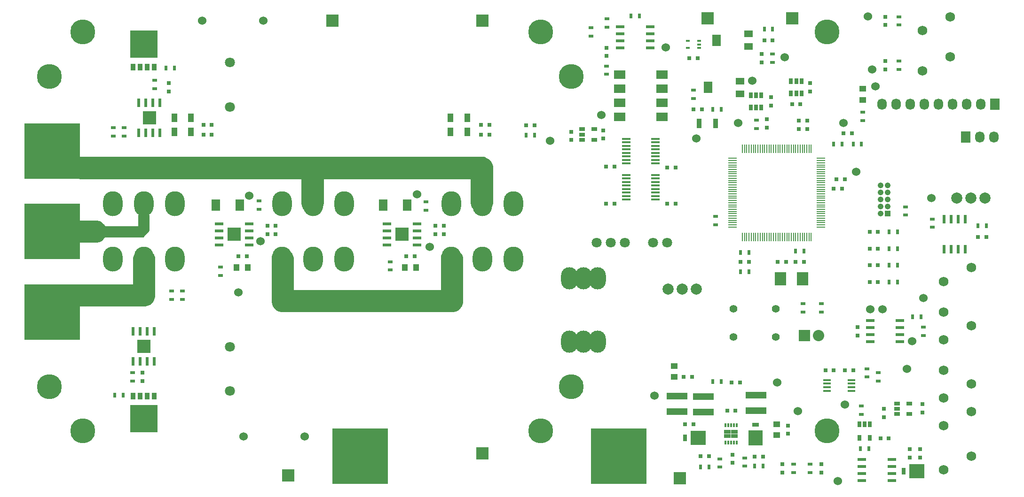
<source format=gts>
G04 #@! TF.FileFunction,Soldermask,Top*
%FSLAX46Y46*%
G04 Gerber Fmt 4.6, Leading zero omitted, Abs format (unit mm)*
G04 Created by KiCad (PCBNEW 4.0.2+dfsg1-stable) date Tue 26 Sep 2017 03:44:04 AM EDT*
%MOMM*%
G01*
G04 APERTURE LIST*
%ADD10C,0.100000*%
%ADD11C,0.150000*%
%ADD12C,4.500000*%
%ADD13C,1.800000*%
%ADD14C,1.750000*%
%ADD15R,0.800000X0.750000*%
%ADD16R,1.000000X1.600000*%
%ADD17R,0.230000X1.500000*%
%ADD18R,1.500000X0.230000*%
%ADD19O,3.500120X4.501640*%
%ADD20R,0.600000X1.550000*%
%ADD21R,1.175000X1.175000*%
%ADD22R,0.900000X0.500000*%
%ADD23R,0.500000X0.900000*%
%ADD24C,2.000000*%
%ADD25O,3.000000X4.000000*%
%ADD26R,0.750000X0.800000*%
%ADD27R,2.032000X2.032000*%
%ADD28O,2.032000X2.032000*%
%ADD29R,1.550000X0.600000*%
%ADD30R,2.000000X2.400000*%
%ADD31C,1.397000*%
%ADD32R,1.600000X0.410000*%
%ADD33R,3.700000X1.200000*%
%ADD34R,1.050000X1.050000*%
%ADD35C,1.050000*%
%ADD36R,0.660400X0.406400*%
%ADD37R,0.650000X1.060000*%
%ADD38R,1.060000X0.650000*%
%ADD39R,0.300000X0.650000*%
%ADD40R,1.240000X0.775000*%
%ADD41R,2.032000X1.524000*%
%ADD42R,2.540000X2.670000*%
%ADD43R,1.270000X0.762000*%
%ADD44R,2.670000X2.540000*%
%ADD45R,0.762000X1.270000*%
%ADD46R,0.797560X0.797560*%
%ADD47R,1.600000X2.000000*%
%ADD48R,1.600000X1.300000*%
%ADD49R,1.600000X2.108200*%
%ADD50R,1.727200X2.032000*%
%ADD51O,1.727200X2.032000*%
%ADD52C,1.524000*%
%ADD53R,10.000000X10.000000*%
%ADD54R,0.900000X1.700000*%
%ADD55R,1.250000X1.000000*%
%ADD56R,1.000000X1.250000*%
%ADD57R,1.450000X0.450000*%
%ADD58R,0.701040X1.000760*%
%ADD59R,0.850000X1.300000*%
%ADD60R,5.000000X5.000000*%
%ADD61R,2.235200X2.235200*%
%ADD62C,0.254000*%
G04 APERTURE END LIST*
D10*
D11*
X103100000Y-70100000D02*
G75*
G03X103100000Y-70100000I-200000J0D01*
G01*
X103100000Y-68900000D02*
G75*
G03X103100000Y-68900000I-200000J0D01*
G01*
X104300000Y-68900000D02*
G75*
G03X104300000Y-68900000I-200000J0D01*
G01*
X104300000Y-70100000D02*
G75*
G03X104300000Y-70100000I-200000J0D01*
G01*
D12*
X40000000Y-97000000D03*
X40000000Y-41000000D03*
X134000000Y-97000000D03*
X134000000Y-41000000D03*
D13*
X72500000Y-46500000D03*
X72500000Y-38500000D03*
D14*
X206000000Y-96500000D03*
X201000000Y-94000000D03*
X201000000Y-99000000D03*
X201000000Y-104000000D03*
X206000000Y-101500000D03*
D15*
X179750000Y-94000000D03*
X181250000Y-94000000D03*
D16*
X65500000Y-51000000D03*
X62500000Y-51000000D03*
D17*
X177200000Y-54050000D03*
X176800000Y-54050000D03*
X176400000Y-54050000D03*
X176000000Y-54050000D03*
X175600000Y-54050000D03*
X175200000Y-54050000D03*
X174800000Y-54050000D03*
X174400000Y-54050000D03*
X174000000Y-54050000D03*
X173600000Y-54050000D03*
X173200000Y-54050000D03*
X172800000Y-54050000D03*
X172400000Y-54050000D03*
X172000000Y-54050000D03*
X171600000Y-54050000D03*
X171200000Y-54050000D03*
X170800000Y-54050000D03*
X170400000Y-54050000D03*
X170000000Y-54050000D03*
X169600000Y-54050000D03*
X169200000Y-54050000D03*
X168800000Y-54050000D03*
X168400000Y-54050000D03*
X168000000Y-54050000D03*
X167600000Y-54050000D03*
X167200000Y-54050000D03*
X166800000Y-54050000D03*
X166400000Y-54050000D03*
X166000000Y-54050000D03*
X165600000Y-54050000D03*
X165200000Y-54050000D03*
X164800000Y-54050000D03*
D18*
X163050000Y-55800000D03*
X163050000Y-56200000D03*
X163050000Y-56600000D03*
X163050000Y-57000000D03*
X163050000Y-57400000D03*
X163050000Y-57800000D03*
X163050000Y-58200000D03*
X163050000Y-58600000D03*
X163050000Y-59000000D03*
X163050000Y-59400000D03*
X163050000Y-59800000D03*
X163050000Y-60200000D03*
X163050000Y-60600000D03*
X163050000Y-61000000D03*
X163050000Y-61400000D03*
X163050000Y-61800000D03*
X163050000Y-62200000D03*
X163050000Y-62600000D03*
X163050000Y-63000000D03*
X163050000Y-63400000D03*
X163050000Y-63800000D03*
X163050000Y-64200000D03*
X163050000Y-64600000D03*
X163050000Y-65000000D03*
X163050000Y-65400000D03*
X163050000Y-65800000D03*
X163050000Y-66200000D03*
X163050000Y-66600000D03*
X163050000Y-67000000D03*
X163050000Y-67400000D03*
X163050000Y-67800000D03*
X163050000Y-68200000D03*
D17*
X164800000Y-69950000D03*
X165200000Y-69950000D03*
X165600000Y-69950000D03*
X166000000Y-69950000D03*
X166400000Y-69950000D03*
X166800000Y-69950000D03*
X167200000Y-69950000D03*
X167600000Y-69950000D03*
X168000000Y-69950000D03*
X168400000Y-69950000D03*
X168800000Y-69950000D03*
X169200000Y-69950000D03*
X169600000Y-69950000D03*
X170000000Y-69950000D03*
X170400000Y-69950000D03*
X170800000Y-69950000D03*
X171200000Y-69950000D03*
X171600000Y-69950000D03*
X172000000Y-69950000D03*
X172400000Y-69950000D03*
X172800000Y-69950000D03*
X173200000Y-69950000D03*
X173600000Y-69950000D03*
X174000000Y-69950000D03*
X174400000Y-69950000D03*
X174800000Y-69950000D03*
X175200000Y-69950000D03*
X175600000Y-69950000D03*
X176000000Y-69950000D03*
X176400000Y-69950000D03*
X176800000Y-69950000D03*
X177200000Y-69950000D03*
D18*
X178950000Y-68200000D03*
X178950000Y-67800000D03*
X178950000Y-67400000D03*
X178950000Y-67000000D03*
X178950000Y-66600000D03*
X178950000Y-66200000D03*
X178950000Y-65800000D03*
X178950000Y-65400000D03*
X178950000Y-65000000D03*
X178950000Y-64600000D03*
X178950000Y-64200000D03*
X178950000Y-63800000D03*
X178950000Y-63400000D03*
X178950000Y-63000000D03*
X178950000Y-62600000D03*
X178950000Y-62200000D03*
X178950000Y-61800000D03*
X178950000Y-61400000D03*
X178950000Y-61000000D03*
X178950000Y-60600000D03*
X178950000Y-60200000D03*
X178950000Y-59800000D03*
X178950000Y-59400000D03*
X178950000Y-59000000D03*
X178950000Y-58600000D03*
X178950000Y-58200000D03*
X178950000Y-57800000D03*
X178950000Y-57400000D03*
X178950000Y-57000000D03*
X178950000Y-56600000D03*
X178950000Y-56200000D03*
X178950000Y-55800000D03*
D19*
X57000000Y-74000000D03*
X51412000Y-74000000D03*
X62588000Y-74000000D03*
D20*
X58905000Y-87050000D03*
X57635000Y-87050000D03*
X56365000Y-87050000D03*
X55095000Y-87050000D03*
X55095000Y-92450000D03*
X56365000Y-92450000D03*
X57635000Y-92450000D03*
X58905000Y-92450000D03*
D21*
X56412500Y-90337500D03*
X57587500Y-90337500D03*
X56412500Y-89162500D03*
X57587500Y-89162500D03*
D22*
X137500000Y-33750000D03*
X137500000Y-32250000D03*
D23*
X166000000Y-76250000D03*
X164500000Y-76250000D03*
D24*
X156464000Y-79375000D03*
X153964000Y-79375000D03*
D25*
X133604000Y-77470000D03*
X136144000Y-77470000D03*
X138684000Y-77470000D03*
X138684000Y-88900000D03*
X136144000Y-88900000D03*
X133604000Y-88900000D03*
D24*
X151384000Y-79375000D03*
D19*
X87500000Y-64000000D03*
X93088000Y-64000000D03*
X81912000Y-64000000D03*
D26*
X140300000Y-37350000D03*
X140300000Y-35850000D03*
D15*
X157500000Y-47000000D03*
X156000000Y-47000000D03*
X170250000Y-34500000D03*
X168750000Y-34500000D03*
D26*
X168250000Y-38500000D03*
X168250000Y-37000000D03*
X169200000Y-50250000D03*
X169200000Y-48750000D03*
D15*
X184500000Y-51250000D03*
X183000000Y-51250000D03*
D26*
X190250000Y-102500000D03*
X190250000Y-101000000D03*
D15*
X163550000Y-101350000D03*
X162050000Y-101350000D03*
X162850000Y-96200000D03*
X164350000Y-96200000D03*
D26*
X197200000Y-100150000D03*
X197200000Y-101650000D03*
D15*
X154500000Y-103750000D03*
X156000000Y-103750000D03*
D26*
X163000000Y-110750000D03*
X163000000Y-109250000D03*
D15*
X157250000Y-109500000D03*
X158750000Y-109500000D03*
X155750000Y-95250000D03*
X154250000Y-95250000D03*
D26*
X177000000Y-42250000D03*
X177000000Y-43750000D03*
X173000000Y-105500000D03*
X173000000Y-104000000D03*
D15*
X173750000Y-46000000D03*
X175250000Y-46000000D03*
D26*
X134000000Y-52500000D03*
X134000000Y-51000000D03*
X139750000Y-50750000D03*
X139750000Y-52250000D03*
X185500000Y-87750000D03*
X185500000Y-86250000D03*
D15*
X184750000Y-94000000D03*
X183250000Y-94000000D03*
X181750000Y-59600000D03*
X183250000Y-59600000D03*
X175900000Y-74500000D03*
X174400000Y-74500000D03*
X171150000Y-74500000D03*
X172650000Y-74500000D03*
X175000000Y-50500000D03*
X176500000Y-50500000D03*
X175000000Y-49000000D03*
X176500000Y-49000000D03*
X141750000Y-57250000D03*
X140250000Y-57250000D03*
D26*
X61500000Y-43750000D03*
X61500000Y-42250000D03*
X56750000Y-94500000D03*
X56750000Y-96000000D03*
D16*
X65500000Y-48500000D03*
X62500000Y-48500000D03*
D26*
X109500000Y-69500000D03*
X109500000Y-68000000D03*
D27*
X176000000Y-87750000D03*
D28*
X178540000Y-87750000D03*
D20*
X204905000Y-66800000D03*
X203635000Y-66800000D03*
X202365000Y-66800000D03*
X201095000Y-66800000D03*
X201095000Y-72200000D03*
X202365000Y-72200000D03*
X203635000Y-72200000D03*
X204905000Y-72200000D03*
D29*
X186300000Y-110095000D03*
X186300000Y-111365000D03*
X186300000Y-112635000D03*
X186300000Y-113905000D03*
X191700000Y-113905000D03*
X191700000Y-112635000D03*
X191700000Y-111365000D03*
X191700000Y-110095000D03*
D23*
X144750000Y-30100000D03*
X146250000Y-30100000D03*
D22*
X140300000Y-40650000D03*
X140300000Y-39150000D03*
X156000000Y-43500000D03*
X156000000Y-45000000D03*
D23*
X161000000Y-47000000D03*
X159500000Y-47000000D03*
X168750000Y-32500000D03*
X170250000Y-32500000D03*
D22*
X170250000Y-38500000D03*
X170250000Y-37000000D03*
X167300000Y-50450000D03*
X167300000Y-48950000D03*
D23*
X186250000Y-53250000D03*
X184750000Y-53250000D03*
X181250000Y-53250000D03*
X182750000Y-53250000D03*
D22*
X199000000Y-66750000D03*
X199000000Y-68250000D03*
X59000000Y-43250000D03*
X59000000Y-41750000D03*
D23*
X160950000Y-96100000D03*
X159450000Y-96100000D03*
X208750000Y-68000000D03*
X207250000Y-68000000D03*
X168500000Y-111300000D03*
X167000000Y-111300000D03*
D22*
X165200000Y-111350000D03*
X165200000Y-109850000D03*
X160750000Y-110000000D03*
X160750000Y-111500000D03*
D23*
X158750000Y-111500000D03*
X157250000Y-111500000D03*
D22*
X174000000Y-112500000D03*
X174000000Y-111000000D03*
X177000000Y-112500000D03*
X177000000Y-111000000D03*
D23*
X125850000Y-51600000D03*
X127350000Y-51600000D03*
X187550000Y-108200000D03*
X186050000Y-108200000D03*
D22*
X186250000Y-100500000D03*
X186250000Y-102000000D03*
X194200000Y-64550000D03*
X194200000Y-66050000D03*
D23*
X192700000Y-78100000D03*
X191200000Y-78100000D03*
X192700000Y-75100000D03*
X191200000Y-75100000D03*
X192700000Y-72100000D03*
X191200000Y-72100000D03*
X192750000Y-69100000D03*
X191250000Y-69100000D03*
X195450000Y-84400000D03*
X196950000Y-84400000D03*
D22*
X197400000Y-86250000D03*
X197400000Y-87750000D03*
D23*
X166000000Y-72750000D03*
X164500000Y-72750000D03*
X175900000Y-72500000D03*
X174400000Y-72500000D03*
D22*
X160000000Y-67750000D03*
X160000000Y-66250000D03*
D23*
X62500000Y-39500000D03*
X61000000Y-39500000D03*
D22*
X70800000Y-76950000D03*
X70800000Y-75450000D03*
D30*
X171650000Y-77500000D03*
X175650000Y-77500000D03*
D14*
X201000000Y-78000000D03*
X206000000Y-75500000D03*
X201000000Y-83500000D03*
X201000000Y-88500000D03*
X206000000Y-86000000D03*
D15*
X151250000Y-64000000D03*
X152750000Y-64000000D03*
D22*
X55000000Y-94500000D03*
X55000000Y-96000000D03*
X53500000Y-50250000D03*
X53500000Y-51750000D03*
D23*
X53250000Y-98500000D03*
X51750000Y-98500000D03*
D22*
X62000000Y-81250000D03*
X62000000Y-79750000D03*
X51500000Y-50250000D03*
X51500000Y-51750000D03*
X101400000Y-75950000D03*
X101400000Y-74450000D03*
X107800000Y-65150000D03*
X107800000Y-63650000D03*
X77750000Y-65000000D03*
X77750000Y-63500000D03*
D31*
X163190000Y-88040000D03*
X163190000Y-82960000D03*
X170810000Y-88040000D03*
X170810000Y-82960000D03*
D32*
X149154300Y-63222500D03*
X149154300Y-62587500D03*
X149154300Y-61952500D03*
X149154300Y-61317500D03*
X149154300Y-60682500D03*
X149154300Y-60047500D03*
X149154300Y-59412500D03*
X149154300Y-58777500D03*
X143845700Y-58777500D03*
X143845700Y-59412500D03*
X143845700Y-60047500D03*
X143845700Y-60682500D03*
X143845700Y-61317500D03*
X143845700Y-61952500D03*
X143845700Y-62587500D03*
X143845700Y-63222500D03*
D26*
X79250000Y-69500000D03*
X79250000Y-68000000D03*
D33*
X167250000Y-98500000D03*
X167250000Y-101300000D03*
X157750000Y-98750000D03*
X157750000Y-101550000D03*
X153000000Y-101500000D03*
X153000000Y-98700000D03*
D15*
X168500000Y-109650000D03*
X167000000Y-109650000D03*
X181250000Y-61250000D03*
X182750000Y-61250000D03*
X151250000Y-57500000D03*
X152750000Y-57500000D03*
D16*
X115250000Y-51000000D03*
X112250000Y-51000000D03*
X115250000Y-48500000D03*
X112250000Y-48500000D03*
D15*
X141750000Y-64000000D03*
X140250000Y-64000000D03*
X75550000Y-73500000D03*
X74050000Y-73500000D03*
D14*
X201000000Y-112000000D03*
X206000000Y-109500000D03*
D34*
X191000000Y-65750000D03*
D35*
X191000000Y-64480000D03*
X191000000Y-63210000D03*
X191000000Y-61940000D03*
X191000000Y-60670000D03*
X189730000Y-64480000D03*
X189730000Y-63210000D03*
X189730000Y-61940000D03*
X189730000Y-60670000D03*
X189730000Y-65750000D03*
D36*
X157016000Y-35910400D03*
X157016000Y-34589600D03*
X157016000Y-35250000D03*
X154984000Y-34589600D03*
X154984000Y-35910400D03*
D37*
X168200000Y-44400000D03*
X167250000Y-44400000D03*
X166300000Y-44400000D03*
X166300000Y-46600000D03*
X168200000Y-46600000D03*
X167250000Y-46600000D03*
D38*
X192650000Y-100050000D03*
X192650000Y-101000000D03*
X192650000Y-101950000D03*
X194850000Y-101950000D03*
X194850000Y-100050000D03*
D39*
X161750000Y-107050000D03*
X162250000Y-107050000D03*
X162750000Y-107050000D03*
X163250000Y-107050000D03*
X163750000Y-107050000D03*
X163750000Y-103950000D03*
X163250000Y-103950000D03*
X162750000Y-103950000D03*
X162250000Y-103950000D03*
X161750000Y-103950000D03*
D40*
X163370000Y-105112500D03*
X162130000Y-105112500D03*
X163370000Y-105887500D03*
X162130000Y-105887500D03*
D37*
X173550000Y-44100000D03*
X174500000Y-44100000D03*
X175450000Y-44100000D03*
X175450000Y-41900000D03*
X173550000Y-41900000D03*
X174500000Y-41900000D03*
D13*
X151250000Y-71000000D03*
X148710000Y-71000000D03*
X141090000Y-71000000D03*
X143630000Y-71000000D03*
X138550000Y-71000000D03*
D38*
X135900000Y-50550000D03*
X135900000Y-51500000D03*
X135900000Y-52450000D03*
X138100000Y-52450000D03*
X138100000Y-50550000D03*
D29*
X187800000Y-85095000D03*
X187800000Y-86365000D03*
X187800000Y-87635000D03*
X187800000Y-88905000D03*
X193200000Y-88905000D03*
X193200000Y-87635000D03*
X193200000Y-86365000D03*
X193200000Y-85095000D03*
D41*
X142690000Y-40690000D03*
X142690000Y-43230000D03*
X142690000Y-45770000D03*
X142690000Y-48310000D03*
X150310000Y-48310000D03*
X150310000Y-45770000D03*
X150310000Y-43230000D03*
X150310000Y-40690000D03*
D42*
X167200000Y-106200000D03*
D43*
X167200000Y-103850000D03*
D44*
X156800000Y-106200000D03*
D45*
X154450000Y-106200000D03*
D46*
X207250700Y-70000000D03*
X208749300Y-70000000D03*
X172000000Y-111000700D03*
X172000000Y-112499300D03*
X179000000Y-111000700D03*
X179000000Y-112499300D03*
X127349300Y-49800000D03*
X125850700Y-49800000D03*
D44*
X196200000Y-112200000D03*
D45*
X193850000Y-112200000D03*
D46*
X187700700Y-78100000D03*
X189199300Y-78100000D03*
X187700700Y-75100000D03*
X189199300Y-75100000D03*
X187700700Y-72100000D03*
X189199300Y-72100000D03*
X187700700Y-69100000D03*
X189199300Y-69100000D03*
D22*
X186500000Y-49000000D03*
X186500000Y-47500000D03*
D47*
X158600000Y-43000000D03*
D48*
X164400000Y-44150000D03*
X164400000Y-41850000D03*
D47*
X160100000Y-34500000D03*
D48*
X165900000Y-35650000D03*
X165900000Y-33350000D03*
D49*
X104415000Y-64250000D03*
X100123000Y-64250000D03*
X74265000Y-64200000D03*
X69973000Y-64200000D03*
D50*
X205000000Y-52000000D03*
D51*
X207540000Y-52000000D03*
X210080000Y-52000000D03*
D22*
X175750000Y-82000000D03*
X175750000Y-83500000D03*
X179000000Y-83500000D03*
X179000000Y-82000000D03*
D12*
X46000000Y-105000000D03*
X128500000Y-105000000D03*
X180000000Y-105000000D03*
X46000000Y-33000000D03*
X128500000Y-33000000D03*
X180000000Y-33000000D03*
D22*
X193000000Y-31750000D03*
X193000000Y-30250000D03*
X187250000Y-93750000D03*
X187250000Y-95250000D03*
X189250000Y-94500000D03*
X189250000Y-96000000D03*
D52*
X67500000Y-31000000D03*
X78500000Y-31000000D03*
D22*
X193000000Y-39750000D03*
X193000000Y-38250000D03*
D52*
X75000000Y-106000000D03*
X86000000Y-106000000D03*
D15*
X155250000Y-37750000D03*
X156750000Y-37750000D03*
D26*
X170000000Y-46250000D03*
X170000000Y-44750000D03*
X190500000Y-38250000D03*
X190500000Y-39750000D03*
X190500000Y-30250000D03*
X190500000Y-31750000D03*
D53*
X40500000Y-54500000D03*
X40500000Y-83500000D03*
X40500000Y-69000000D03*
X96000000Y-109500000D03*
X142500000Y-109500000D03*
D19*
X118000000Y-64000000D03*
X123588000Y-64000000D03*
X112412000Y-64000000D03*
X118000000Y-74000000D03*
X112412000Y-74000000D03*
X123588000Y-74000000D03*
X87500000Y-74000000D03*
X81912000Y-74000000D03*
X93088000Y-74000000D03*
X57000000Y-64000000D03*
X62588000Y-64000000D03*
X51412000Y-64000000D03*
D20*
X56095000Y-51200000D03*
X57365000Y-51200000D03*
X58635000Y-51200000D03*
X59905000Y-51200000D03*
X59905000Y-45800000D03*
X58635000Y-45800000D03*
X57365000Y-45800000D03*
X56095000Y-45800000D03*
D21*
X58587500Y-47912500D03*
X57412500Y-47912500D03*
X58587500Y-49087500D03*
X57412500Y-49087500D03*
D15*
X67750000Y-51500000D03*
X69250000Y-51500000D03*
X67750000Y-49750000D03*
X69250000Y-49750000D03*
X117750000Y-51500000D03*
X119250000Y-51500000D03*
X117750000Y-49750000D03*
X119250000Y-49750000D03*
D54*
X157050000Y-49500000D03*
X159950000Y-49500000D03*
D14*
X197250000Y-40000000D03*
X202250000Y-37500000D03*
X197250000Y-32750000D03*
X202250000Y-30250000D03*
D26*
X196800000Y-109750000D03*
X196800000Y-108250000D03*
X194900000Y-109750000D03*
X194900000Y-108250000D03*
D55*
X152500000Y-93250000D03*
X152500000Y-95250000D03*
X171000000Y-105750000D03*
X171000000Y-103750000D03*
D56*
X106000000Y-75500000D03*
X104000000Y-75500000D03*
D15*
X166000000Y-74500000D03*
X164500000Y-74500000D03*
D32*
X149154300Y-56722500D03*
X149154300Y-56087500D03*
X149154300Y-55452500D03*
X149154300Y-54817500D03*
X149154300Y-54182500D03*
X149154300Y-53547500D03*
X149154300Y-52912500D03*
X149154300Y-52277500D03*
X143845700Y-52277500D03*
X143845700Y-52912500D03*
X143845700Y-53547500D03*
X143845700Y-54182500D03*
X143845700Y-54817500D03*
X143845700Y-55452500D03*
X143845700Y-56087500D03*
X143845700Y-56722500D03*
D22*
X64000000Y-79750000D03*
X64000000Y-81250000D03*
D56*
X75700000Y-75500000D03*
X73700000Y-75500000D03*
D15*
X105750000Y-73500000D03*
X104250000Y-73500000D03*
D26*
X111000000Y-69500000D03*
X111000000Y-68000000D03*
X80750000Y-69500000D03*
X80750000Y-68000000D03*
D55*
X186500000Y-45250000D03*
X186500000Y-43250000D03*
D29*
X75950000Y-71405000D03*
X75950000Y-70135000D03*
X75950000Y-68865000D03*
X75950000Y-67595000D03*
X70550000Y-67595000D03*
X70550000Y-68865000D03*
X70550000Y-70135000D03*
X70550000Y-71405000D03*
D21*
X72662500Y-68912500D03*
X72662500Y-70087500D03*
X73837500Y-68912500D03*
X73837500Y-70087500D03*
D29*
X106200000Y-71405000D03*
X106200000Y-70135000D03*
X106200000Y-68865000D03*
X106200000Y-67595000D03*
X100800000Y-67595000D03*
X100800000Y-68865000D03*
X100800000Y-70135000D03*
X100800000Y-71405000D03*
D21*
X102912500Y-68912500D03*
X102912500Y-70087500D03*
X104087500Y-68912500D03*
X104087500Y-70087500D03*
D22*
X140400000Y-32150000D03*
X140400000Y-30650000D03*
D50*
X210250000Y-46000000D03*
D51*
X207710000Y-46000000D03*
X205170000Y-46000000D03*
X202630000Y-46000000D03*
X200090000Y-46000000D03*
X197550000Y-46000000D03*
X195010000Y-46000000D03*
X192470000Y-46000000D03*
X189930000Y-46000000D03*
D29*
X148200000Y-35905000D03*
X148200000Y-34635000D03*
X148200000Y-33365000D03*
X148200000Y-32095000D03*
X142800000Y-32095000D03*
X142800000Y-33365000D03*
X142800000Y-34635000D03*
X142800000Y-35905000D03*
D57*
X180050000Y-95775000D03*
X180050000Y-96425000D03*
X180050000Y-97075000D03*
X180050000Y-97725000D03*
X184450000Y-97725000D03*
X184450000Y-97075000D03*
X184450000Y-96425000D03*
X184450000Y-95775000D03*
D15*
X189650000Y-106300000D03*
X191150000Y-106300000D03*
D58*
X187749960Y-103801120D03*
X186800000Y-103801120D03*
X185850040Y-103801120D03*
X187749960Y-106198880D03*
X185850040Y-106198880D03*
D52*
X151000000Y-35800000D03*
X183000000Y-49400000D03*
X156500000Y-52200000D03*
X166600000Y-41800000D03*
X164000000Y-49400000D03*
X172400000Y-37600000D03*
X188200000Y-39800000D03*
X187400000Y-30200000D03*
X171100000Y-96200000D03*
X194400000Y-93800000D03*
X198800000Y-63000000D03*
X188800000Y-42800000D03*
X149000000Y-98600000D03*
X174800000Y-101400000D03*
X183250000Y-100250000D03*
X130200000Y-52600000D03*
X182000000Y-114000000D03*
X139400000Y-48000000D03*
X187800000Y-83000000D03*
X190000000Y-83000000D03*
X197400000Y-81000000D03*
X195400000Y-88800000D03*
X185250000Y-58250000D03*
X74000000Y-80000000D03*
X106250000Y-62250000D03*
X108500000Y-71750000D03*
X78000000Y-70750000D03*
X76000000Y-62500000D03*
D59*
X56365000Y-39325000D03*
X55095000Y-39325000D03*
X57635000Y-39325000D03*
X58905000Y-39325000D03*
D60*
X57000000Y-35230000D03*
D59*
X57635000Y-98675000D03*
X58905000Y-98675000D03*
X56365000Y-98675000D03*
X55095000Y-98675000D03*
D60*
X57000000Y-102770000D03*
D13*
X72500000Y-97790000D03*
X72500000Y-89790000D03*
D24*
X203400000Y-63000000D03*
X205940000Y-63000000D03*
X208480000Y-63000000D03*
D61*
X153500000Y-113500000D03*
X158500000Y-30500000D03*
X173750000Y-30500000D03*
X83000000Y-113000000D03*
X118000000Y-109000000D03*
X91000000Y-31000000D03*
X118000000Y-31000000D03*
D62*
G36*
X58873000Y-73626067D02*
X58873000Y-80776970D01*
X58590745Y-81529649D01*
X58029649Y-82090745D01*
X57276970Y-82373000D01*
X45377000Y-82373000D01*
X45377000Y-78627000D01*
X55000000Y-78627000D01*
X55049410Y-78616994D01*
X55091035Y-78588553D01*
X55118315Y-78546159D01*
X55127000Y-78500000D01*
X55127000Y-73723030D01*
X55388011Y-73027000D01*
X58616257Y-73027000D01*
X58873000Y-73626067D01*
X58873000Y-73626067D01*
G37*
X58873000Y-73626067D02*
X58873000Y-80776970D01*
X58590745Y-81529649D01*
X58029649Y-82090745D01*
X57276970Y-82373000D01*
X45377000Y-82373000D01*
X45377000Y-78627000D01*
X55000000Y-78627000D01*
X55049410Y-78616994D01*
X55091035Y-78588553D01*
X55118315Y-78546159D01*
X55127000Y-78500000D01*
X55127000Y-73723030D01*
X55388011Y-73027000D01*
X58616257Y-73027000D01*
X58873000Y-73626067D01*
G36*
X57873000Y-68847394D02*
X56847394Y-69873000D01*
X50000000Y-69873000D01*
X49950590Y-69883006D01*
X49898400Y-69923800D01*
X49603818Y-70316576D01*
X49324768Y-70595626D01*
X48955674Y-70780173D01*
X48584366Y-70873000D01*
X45377000Y-70873000D01*
X45377000Y-67127000D01*
X48584366Y-67127000D01*
X48955674Y-67219827D01*
X49136132Y-67310056D01*
X49419086Y-67498692D01*
X49701308Y-67780914D01*
X49894330Y-68070447D01*
X49930063Y-68106008D01*
X50000000Y-68127000D01*
X56000000Y-68127000D01*
X56049410Y-68116994D01*
X56091035Y-68088553D01*
X56118315Y-68046159D01*
X56127000Y-68000000D01*
X56127000Y-66027000D01*
X57873000Y-66027000D01*
X57873000Y-68847394D01*
X57873000Y-68847394D01*
G37*
X57873000Y-68847394D02*
X56847394Y-69873000D01*
X50000000Y-69873000D01*
X49950590Y-69883006D01*
X49898400Y-69923800D01*
X49603818Y-70316576D01*
X49324768Y-70595626D01*
X48955674Y-70780173D01*
X48584366Y-70873000D01*
X45377000Y-70873000D01*
X45377000Y-67127000D01*
X48584366Y-67127000D01*
X48955674Y-67219827D01*
X49136132Y-67310056D01*
X49419086Y-67498692D01*
X49701308Y-67780914D01*
X49894330Y-68070447D01*
X49930063Y-68106008D01*
X50000000Y-68127000D01*
X56000000Y-68127000D01*
X56049410Y-68116994D01*
X56091035Y-68088553D01*
X56118315Y-68046159D01*
X56127000Y-68000000D01*
X56127000Y-66027000D01*
X57873000Y-66027000D01*
X57873000Y-68847394D01*
G36*
X119019443Y-56001712D02*
X119490570Y-56567064D01*
X119773000Y-57226067D01*
X119773000Y-63875541D01*
X119608331Y-64287214D01*
X116363957Y-64859751D01*
X116116074Y-64446613D01*
X115927000Y-63879390D01*
X115927000Y-59500000D01*
X115916994Y-59450590D01*
X115888553Y-59408965D01*
X115846159Y-59381685D01*
X115800000Y-59373000D01*
X89400000Y-59373000D01*
X89350590Y-59383006D01*
X89308965Y-59411447D01*
X89281685Y-59453841D01*
X89273000Y-59500000D01*
X89273000Y-63784366D01*
X89176792Y-64169198D01*
X89176024Y-64172450D01*
X88998798Y-64969969D01*
X85779634Y-64875287D01*
X85521199Y-64358418D01*
X85427000Y-63887423D01*
X85427000Y-59500000D01*
X85416994Y-59450590D01*
X85388553Y-59408965D01*
X85346159Y-59381685D01*
X85300000Y-59373000D01*
X45377000Y-59373000D01*
X45377000Y-55627000D01*
X118270020Y-55627000D01*
X119019443Y-56001712D01*
X119019443Y-56001712D01*
G37*
X119019443Y-56001712D02*
X119490570Y-56567064D01*
X119773000Y-57226067D01*
X119773000Y-63875541D01*
X119608331Y-64287214D01*
X116363957Y-64859751D01*
X116116074Y-64446613D01*
X115927000Y-63879390D01*
X115927000Y-59500000D01*
X115916994Y-59450590D01*
X115888553Y-59408965D01*
X115846159Y-59381685D01*
X115800000Y-59373000D01*
X89400000Y-59373000D01*
X89350590Y-59383006D01*
X89308965Y-59411447D01*
X89281685Y-59453841D01*
X89273000Y-59500000D01*
X89273000Y-63784366D01*
X89176792Y-64169198D01*
X89176024Y-64172450D01*
X88998798Y-64969969D01*
X85779634Y-64875287D01*
X85521199Y-64358418D01*
X85427000Y-63887423D01*
X85427000Y-59500000D01*
X85416994Y-59450590D01*
X85388553Y-59408965D01*
X85346159Y-59381685D01*
X85300000Y-59373000D01*
X45377000Y-59373000D01*
X45377000Y-55627000D01*
X118270020Y-55627000D01*
X119019443Y-56001712D01*
G36*
X82930021Y-72407000D02*
X83495964Y-72878619D01*
X83873000Y-73726952D01*
X83873000Y-79500000D01*
X83883006Y-79549410D01*
X83911447Y-79591035D01*
X83953841Y-79618315D01*
X84000000Y-79627000D01*
X110500000Y-79627000D01*
X110549410Y-79616994D01*
X110591035Y-79588553D01*
X110618315Y-79546159D01*
X110627000Y-79500000D01*
X110627000Y-73420610D01*
X110715105Y-73156294D01*
X110867968Y-72927000D01*
X113947394Y-72927000D01*
X114101308Y-73080914D01*
X114282127Y-73352143D01*
X114373000Y-73715634D01*
X114373000Y-81875541D01*
X114188320Y-82337239D01*
X113903818Y-82716576D01*
X113524768Y-83095626D01*
X113158418Y-83278801D01*
X112687423Y-83373000D01*
X81812577Y-83373000D01*
X81341582Y-83278801D01*
X80975232Y-83095626D01*
X80404374Y-82524768D01*
X80317630Y-82351280D01*
X80127000Y-81779390D01*
X80127000Y-73429980D01*
X80308470Y-73067040D01*
X80591927Y-72689097D01*
X81061647Y-72313321D01*
X81620610Y-72127000D01*
X82370020Y-72127000D01*
X82930021Y-72407000D01*
X82930021Y-72407000D01*
G37*
X82930021Y-72407000D02*
X83495964Y-72878619D01*
X83873000Y-73726952D01*
X83873000Y-79500000D01*
X83883006Y-79549410D01*
X83911447Y-79591035D01*
X83953841Y-79618315D01*
X84000000Y-79627000D01*
X110500000Y-79627000D01*
X110549410Y-79616994D01*
X110591035Y-79588553D01*
X110618315Y-79546159D01*
X110627000Y-79500000D01*
X110627000Y-73420610D01*
X110715105Y-73156294D01*
X110867968Y-72927000D01*
X113947394Y-72927000D01*
X114101308Y-73080914D01*
X114282127Y-73352143D01*
X114373000Y-73715634D01*
X114373000Y-81875541D01*
X114188320Y-82337239D01*
X113903818Y-82716576D01*
X113524768Y-83095626D01*
X113158418Y-83278801D01*
X112687423Y-83373000D01*
X81812577Y-83373000D01*
X81341582Y-83278801D01*
X80975232Y-83095626D01*
X80404374Y-82524768D01*
X80317630Y-82351280D01*
X80127000Y-81779390D01*
X80127000Y-73429980D01*
X80308470Y-73067040D01*
X80591927Y-72689097D01*
X81061647Y-72313321D01*
X81620610Y-72127000D01*
X82370020Y-72127000D01*
X82930021Y-72407000D01*
M02*

</source>
